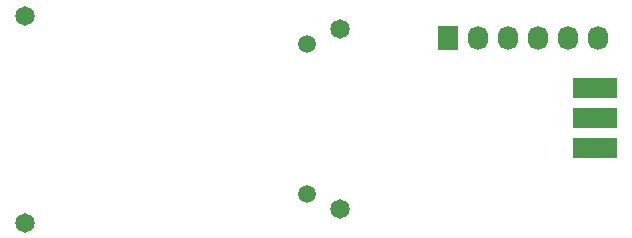
<source format=gbs>
%FSLAX46Y46*%
G04 Gerber Fmt 4.6, Leading zero omitted, Abs format (unit mm)*
G04 Created by KiCad (PCBNEW (2014-jul-16 BZR unknown)-product) date Thu 26 Feb 2015 11:02:22 PM EST*
%MOMM*%
G01*
G04 APERTURE LIST*
%ADD10C,0.100000*%
%ADD11C,1.500000*%
%ADD12C,1.651000*%
%ADD13R,3.810000X1.651000*%
%ADD14R,1.727200X2.032000*%
%ADD15O,1.727200X2.032000*%
G04 APERTURE END LIST*
D10*
D11*
X166370000Y-83820000D03*
X166370000Y-71120000D03*
D12*
X142494000Y-86233000D03*
X142494000Y-68707000D03*
D13*
X190754000Y-79883000D03*
X190754000Y-77343000D03*
X190754000Y-74803000D03*
D12*
X169164000Y-69850000D03*
X169164000Y-85090000D03*
D14*
X178308000Y-70612000D03*
D15*
X180848000Y-70612000D03*
X183388000Y-70612000D03*
X185928000Y-70612000D03*
X188468000Y-70612000D03*
X191008000Y-70612000D03*
M02*

</source>
